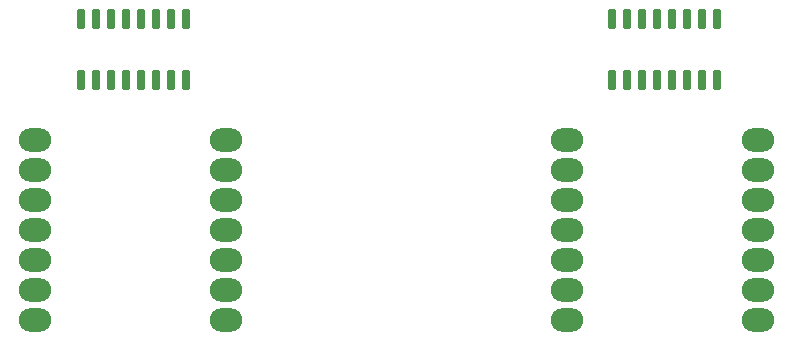
<source format=gbr>
%TF.GenerationSoftware,KiCad,Pcbnew,7.0.8*%
%TF.CreationDate,2024-02-08T03:58:00-08:00*%
%TF.ProjectId,panel,70616e65-6c2e-46b6-9963-61645f706362,rev?*%
%TF.SameCoordinates,Original*%
%TF.FileFunction,Paste,Top*%
%TF.FilePolarity,Positive*%
%FSLAX46Y46*%
G04 Gerber Fmt 4.6, Leading zero omitted, Abs format (unit mm)*
G04 Created by KiCad (PCBNEW 7.0.8) date 2024-02-08 03:58:00*
%MOMM*%
%LPD*%
G01*
G04 APERTURE LIST*
G04 Aperture macros list*
%AMRoundRect*
0 Rectangle with rounded corners*
0 $1 Rounding radius*
0 $2 $3 $4 $5 $6 $7 $8 $9 X,Y pos of 4 corners*
0 Add a 4 corners polygon primitive as box body*
4,1,4,$2,$3,$4,$5,$6,$7,$8,$9,$2,$3,0*
0 Add four circle primitives for the rounded corners*
1,1,$1+$1,$2,$3*
1,1,$1+$1,$4,$5*
1,1,$1+$1,$6,$7*
1,1,$1+$1,$8,$9*
0 Add four rect primitives between the rounded corners*
20,1,$1+$1,$2,$3,$4,$5,0*
20,1,$1+$1,$4,$5,$6,$7,0*
20,1,$1+$1,$6,$7,$8,$9,0*
20,1,$1+$1,$8,$9,$2,$3,0*%
G04 Aperture macros list end*
%ADD10RoundRect,0.150000X-0.150000X0.725000X-0.150000X-0.725000X0.150000X-0.725000X0.150000X0.725000X0*%
%ADD11O,2.748280X1.998980*%
G04 APERTURE END LIST*
D10*
%TO.C,U2*%
X175640000Y-82850000D03*
X174370000Y-82850000D03*
X173100000Y-82850000D03*
X171830000Y-82850000D03*
X170560000Y-82850000D03*
X169290000Y-82850000D03*
X168020000Y-82850000D03*
X166750000Y-82850000D03*
X166750000Y-88000000D03*
X168020000Y-88000000D03*
X169290000Y-88000000D03*
X170560000Y-88000000D03*
X171830000Y-88000000D03*
X173100000Y-88000000D03*
X174370000Y-88000000D03*
X175640000Y-88000000D03*
%TD*%
D11*
%TO.C,U3*%
X179065770Y-108367820D03*
X179065770Y-105827820D03*
X179065770Y-103287820D03*
X179065770Y-100747820D03*
X179065770Y-98207820D03*
X179065770Y-95667820D03*
X179065770Y-93127820D03*
X162901210Y-93127820D03*
X162901210Y-95667820D03*
X162901210Y-98207820D03*
X162901210Y-100747820D03*
X162901210Y-103287820D03*
X162901210Y-105827820D03*
X162901210Y-108367820D03*
%TD*%
%TO.C,U3*%
X134065770Y-108367820D03*
X134065770Y-105827820D03*
X134065770Y-103287820D03*
X134065770Y-100747820D03*
X134065770Y-98207820D03*
X134065770Y-95667820D03*
X134065770Y-93127820D03*
X117901210Y-93127820D03*
X117901210Y-95667820D03*
X117901210Y-98207820D03*
X117901210Y-100747820D03*
X117901210Y-103287820D03*
X117901210Y-105827820D03*
X117901210Y-108367820D03*
%TD*%
D10*
%TO.C,U2*%
X130640000Y-82850000D03*
X129370000Y-82850000D03*
X128100000Y-82850000D03*
X126830000Y-82850000D03*
X125560000Y-82850000D03*
X124290000Y-82850000D03*
X123020000Y-82850000D03*
X121750000Y-82850000D03*
X121750000Y-88000000D03*
X123020000Y-88000000D03*
X124290000Y-88000000D03*
X125560000Y-88000000D03*
X126830000Y-88000000D03*
X128100000Y-88000000D03*
X129370000Y-88000000D03*
X130640000Y-88000000D03*
%TD*%
M02*

</source>
